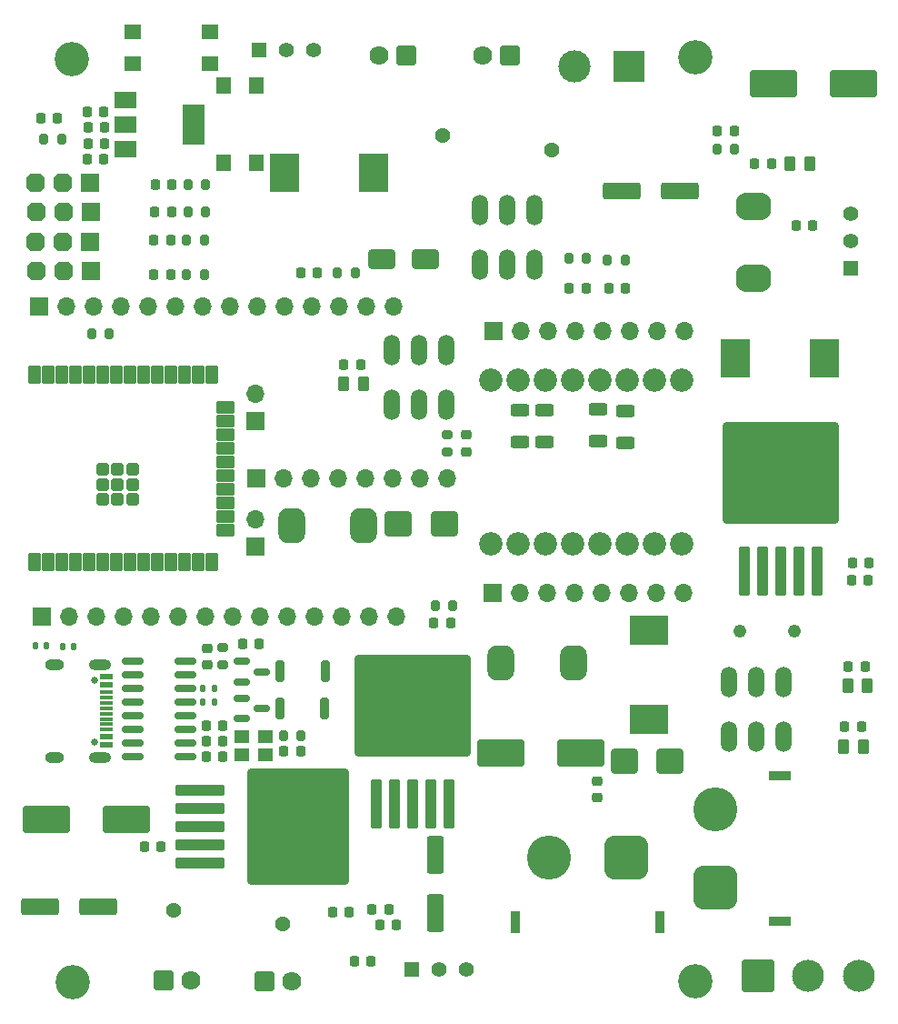
<source format=gbr>
%TF.GenerationSoftware,KiCad,Pcbnew,8.0.2*%
%TF.CreationDate,2024-06-04T14:33:09+05:30*%
%TF.ProjectId,evoborne,65766f62-6f72-46e6-952e-6b696361645f,rev?*%
%TF.SameCoordinates,Original*%
%TF.FileFunction,Soldermask,Top*%
%TF.FilePolarity,Negative*%
%FSLAX46Y46*%
G04 Gerber Fmt 4.6, Leading zero omitted, Abs format (unit mm)*
G04 Created by KiCad (PCBNEW 8.0.2) date 2024-06-04 14:33:09*
%MOMM*%
%LPD*%
G01*
G04 APERTURE LIST*
G04 Aperture macros list*
%AMRoundRect*
0 Rectangle with rounded corners*
0 $1 Rounding radius*
0 $2 $3 $4 $5 $6 $7 $8 $9 X,Y pos of 4 corners*
0 Add a 4 corners polygon primitive as box body*
4,1,4,$2,$3,$4,$5,$6,$7,$8,$9,$2,$3,0*
0 Add four circle primitives for the rounded corners*
1,1,$1+$1,$2,$3*
1,1,$1+$1,$4,$5*
1,1,$1+$1,$6,$7*
1,1,$1+$1,$8,$9*
0 Add four rect primitives between the rounded corners*
20,1,$1+$1,$2,$3,$4,$5,0*
20,1,$1+$1,$4,$5,$6,$7,0*
20,1,$1+$1,$6,$7,$8,$9,0*
20,1,$1+$1,$8,$9,$2,$3,0*%
%AMFreePoly0*
4,1,25,0.440719,0.844196,0.452842,0.833842,0.833842,0.452842,0.862349,0.396894,0.863600,0.381000,0.863600,-0.381000,0.844196,-0.440719,0.833842,-0.452842,0.452842,-0.833842,0.396894,-0.862349,0.381000,-0.863600,-0.381000,-0.863600,-0.440719,-0.844196,-0.452842,-0.833842,-0.833842,-0.452842,-0.862349,-0.396894,-0.863600,-0.381000,-0.863600,0.381000,-0.844196,0.440719,-0.833842,0.452842,
-0.452842,0.833842,-0.396894,0.862349,-0.381000,0.863600,0.381000,0.863600,0.440719,0.844196,0.440719,0.844196,$1*%
G04 Aperture macros list end*
%ADD10RoundRect,0.250000X1.500000X0.550000X-1.500000X0.550000X-1.500000X-0.550000X1.500000X-0.550000X0*%
%ADD11RoundRect,0.200000X-0.200000X-0.275000X0.200000X-0.275000X0.200000X0.275000X-0.200000X0.275000X0*%
%ADD12RoundRect,0.250000X0.300000X-2.050000X0.300000X2.050000X-0.300000X2.050000X-0.300000X-2.050000X0*%
%ADD13RoundRect,0.250002X5.149998X-4.449998X5.149998X4.449998X-5.149998X4.449998X-5.149998X-4.449998X0*%
%ADD14RoundRect,0.101600X-0.762000X0.762000X-0.762000X-0.762000X0.762000X-0.762000X0.762000X0.762000X0*%
%ADD15FreePoly0,270.000000*%
%ADD16R,1.700000X1.700000*%
%ADD17O,1.700000X1.700000*%
%ADD18RoundRect,0.102000X0.787500X0.787500X-0.787500X0.787500X-0.787500X-0.787500X0.787500X-0.787500X0*%
%ADD19C,1.779000*%
%ADD20R,2.700000X3.600000*%
%ADD21RoundRect,0.250000X-1.000000X-0.650000X1.000000X-0.650000X1.000000X0.650000X-1.000000X0.650000X0*%
%ADD22RoundRect,0.200000X-0.200000X-0.800000X0.200000X-0.800000X0.200000X0.800000X-0.200000X0.800000X0*%
%ADD23RoundRect,0.102000X0.450000X-0.750000X0.450000X0.750000X-0.450000X0.750000X-0.450000X-0.750000X0*%
%ADD24RoundRect,0.102000X0.750000X-0.450000X0.750000X0.450000X-0.750000X0.450000X-0.750000X-0.450000X0*%
%ADD25RoundRect,0.102000X0.450000X-0.450000X0.450000X0.450000X-0.450000X0.450000X-0.450000X-0.450000X0*%
%ADD26RoundRect,0.225000X-0.225000X-0.250000X0.225000X-0.250000X0.225000X0.250000X-0.225000X0.250000X0*%
%ADD27RoundRect,0.250000X0.550000X-1.500000X0.550000X1.500000X-0.550000X1.500000X-0.550000X-1.500000X0*%
%ADD28RoundRect,0.102000X-0.609000X-0.609000X0.609000X-0.609000X0.609000X0.609000X-0.609000X0.609000X0*%
%ADD29C,1.422000*%
%ADD30RoundRect,0.200000X0.200000X0.275000X-0.200000X0.275000X-0.200000X-0.275000X0.200000X-0.275000X0*%
%ADD31RoundRect,0.250000X-1.000000X-0.900000X1.000000X-0.900000X1.000000X0.900000X-1.000000X0.900000X0*%
%ADD32RoundRect,0.200000X0.275000X-0.200000X0.275000X0.200000X-0.275000X0.200000X-0.275000X-0.200000X0*%
%ADD33RoundRect,0.250000X1.950000X1.000000X-1.950000X1.000000X-1.950000X-1.000000X1.950000X-1.000000X0*%
%ADD34RoundRect,0.225000X0.225000X0.250000X-0.225000X0.250000X-0.225000X-0.250000X0.225000X-0.250000X0*%
%ADD35RoundRect,0.218750X-0.218750X-0.256250X0.218750X-0.256250X0.218750X0.256250X-0.218750X0.256250X0*%
%ADD36RoundRect,0.200000X-0.275000X0.200000X-0.275000X-0.200000X0.275000X-0.200000X0.275000X0.200000X0*%
%ADD37C,3.200000*%
%ADD38R,1.600000X1.400000*%
%ADD39RoundRect,0.218750X0.218750X0.256250X-0.218750X0.256250X-0.218750X-0.256250X0.218750X-0.256250X0*%
%ADD40RoundRect,0.150000X-0.587500X-0.150000X0.587500X-0.150000X0.587500X0.150000X-0.587500X0.150000X0*%
%ADD41R,1.400000X1.600000*%
%ADD42O,1.524000X2.844800*%
%ADD43RoundRect,0.250000X0.262500X0.450000X-0.262500X0.450000X-0.262500X-0.450000X0.262500X-0.450000X0*%
%ADD44RoundRect,0.218750X-0.256250X0.218750X-0.256250X-0.218750X0.256250X-0.218750X0.256250X0.218750X0*%
%ADD45RoundRect,0.135000X0.135000X0.185000X-0.135000X0.185000X-0.135000X-0.185000X0.135000X-0.185000X0*%
%ADD46RoundRect,0.135000X-0.135000X-0.185000X0.135000X-0.185000X0.135000X0.185000X-0.135000X0.185000X0*%
%ADD47RoundRect,0.962920X-0.304080X-0.674080X0.304080X-0.674080X0.304080X0.674080X-0.304080X0.674080X0*%
%ADD48RoundRect,0.250000X0.625000X-0.312500X0.625000X0.312500X-0.625000X0.312500X-0.625000X-0.312500X0*%
%ADD49RoundRect,0.102000X-0.787500X-0.787500X0.787500X-0.787500X0.787500X0.787500X-0.787500X0.787500X0*%
%ADD50C,2.184000*%
%ADD51RoundRect,0.225000X0.250000X-0.225000X0.250000X0.225000X-0.250000X0.225000X-0.250000X-0.225000X0*%
%ADD52R,0.900000X2.000000*%
%ADD53RoundRect,1.025000X1.025000X1.025000X-1.025000X1.025000X-1.025000X-1.025000X1.025000X-1.025000X0*%
%ADD54C,4.100000*%
%ADD55RoundRect,0.102000X0.609000X-0.609000X0.609000X0.609000X-0.609000X0.609000X-0.609000X-0.609000X0*%
%ADD56C,1.432000*%
%ADD57RoundRect,0.250000X-1.950000X-1.000000X1.950000X-1.000000X1.950000X1.000000X-1.950000X1.000000X0*%
%ADD58RoundRect,0.250000X1.000000X0.900000X-1.000000X0.900000X-1.000000X-0.900000X1.000000X-0.900000X0*%
%ADD59RoundRect,0.250000X-2.050000X-0.300000X2.050000X-0.300000X2.050000X0.300000X-2.050000X0.300000X0*%
%ADD60RoundRect,0.250002X-4.449998X-5.149998X4.449998X-5.149998X4.449998X5.149998X-4.449998X5.149998X0*%
%ADD61R,3.000000X3.000000*%
%ADD62C,3.000000*%
%ADD63C,0.650000*%
%ADD64R,1.240000X0.600000*%
%ADD65R,1.240000X0.300000*%
%ADD66O,2.100000X1.000000*%
%ADD67O,1.800000X1.000000*%
%ADD68R,2.000000X1.500000*%
%ADD69R,2.000000X3.800000*%
%ADD70R,3.600000X2.700000*%
%ADD71RoundRect,0.250000X-1.500000X-0.550000X1.500000X-0.550000X1.500000X0.550000X-1.500000X0.550000X0*%
%ADD72C,1.219000*%
%ADD73RoundRect,0.102000X-1.387500X-1.387500X1.387500X-1.387500X1.387500X1.387500X-1.387500X1.387500X0*%
%ADD74C,2.979000*%
%ADD75RoundRect,0.250000X-0.262500X-0.450000X0.262500X-0.450000X0.262500X0.450000X-0.262500X0.450000X0*%
%ADD76R,1.400000X1.200000*%
%ADD77RoundRect,0.962920X0.674080X-0.304080X0.674080X0.304080X-0.674080X0.304080X-0.674080X-0.304080X0*%
%ADD78RoundRect,0.150000X-0.825000X-0.150000X0.825000X-0.150000X0.825000X0.150000X-0.825000X0.150000X0*%
%ADD79R,2.000000X0.900000*%
%ADD80RoundRect,1.025000X-1.025000X1.025000X-1.025000X-1.025000X1.025000X-1.025000X1.025000X1.025000X0*%
G04 APERTURE END LIST*
D10*
%TO.C,C12*%
X57410000Y-144520000D03*
X52010000Y-144520000D03*
%TD*%
D11*
%TO.C,R14*%
X104840000Y-84290000D03*
X106490000Y-84290000D03*
%TD*%
%TO.C,R20*%
X52355000Y-73000000D03*
X54005000Y-73000000D03*
%TD*%
D12*
%TO.C,U5*%
X83285000Y-134935000D03*
X84985000Y-134935000D03*
X86685000Y-134935000D03*
D13*
X86685000Y-125785000D03*
D12*
X88385000Y-134935000D03*
X90085000Y-134935000D03*
%TD*%
D14*
%TO.C,J6*%
X56640000Y-82580000D03*
D15*
X54100000Y-82580000D03*
X51560000Y-82580000D03*
%TD*%
D16*
%TO.C,J12*%
X94130000Y-115310000D03*
D17*
X96670000Y-115310000D03*
X99210000Y-115310000D03*
X101750000Y-115310000D03*
X104290000Y-115310000D03*
X106830000Y-115310000D03*
X109370000Y-115310000D03*
X111910000Y-115310000D03*
%TD*%
D14*
%TO.C,J5*%
X56700000Y-85330000D03*
D15*
X54160000Y-85330000D03*
X51620000Y-85330000D03*
%TD*%
D11*
%TO.C,R19*%
X115052500Y-73930000D03*
X116702500Y-73930000D03*
%TD*%
D18*
%TO.C,J4*%
X86086000Y-65261000D03*
D19*
X83586000Y-65261000D03*
%TD*%
D20*
%TO.C,L3*%
X83050000Y-76210000D03*
X74750000Y-76210000D03*
%TD*%
D21*
%TO.C,D8*%
X83860000Y-84220000D03*
X87860000Y-84220000D03*
%TD*%
D22*
%TO.C,SW6*%
X74360000Y-122560000D03*
X78560000Y-122560000D03*
%TD*%
D23*
%TO.C,U3*%
X51480000Y-112450000D03*
X52750000Y-112450000D03*
X54020000Y-112450000D03*
X55290000Y-112450000D03*
X56560000Y-112450000D03*
X57830000Y-112450000D03*
X59100000Y-112450000D03*
X60370000Y-112450000D03*
X61640000Y-112450000D03*
X62910000Y-112450000D03*
X64180000Y-112450000D03*
X65450000Y-112450000D03*
X66720000Y-112450000D03*
X67990000Y-112450000D03*
D24*
X69240000Y-109415000D03*
X69240000Y-108145000D03*
X69240000Y-106875000D03*
X69240000Y-105605000D03*
X69240000Y-104335000D03*
X69240000Y-103065000D03*
X69240000Y-101795000D03*
X69240000Y-100525000D03*
X69240000Y-99255000D03*
X69240000Y-97985000D03*
D23*
X67990000Y-94950000D03*
X66720000Y-94950000D03*
X65450000Y-94950000D03*
X64180000Y-94950000D03*
X62910000Y-94950000D03*
X61640000Y-94950000D03*
X60370000Y-94950000D03*
X59100000Y-94950000D03*
X57830000Y-94950000D03*
X56560000Y-94950000D03*
X55290000Y-94950000D03*
X54020000Y-94950000D03*
X52750000Y-94950000D03*
X51480000Y-94950000D03*
D25*
X57800000Y-106600000D03*
X57800000Y-105200000D03*
X57800000Y-103800000D03*
X59200000Y-106600000D03*
X59200000Y-105200000D03*
X59200000Y-103800000D03*
X60600000Y-106600000D03*
X60600000Y-105200000D03*
X60600000Y-103800000D03*
%TD*%
D16*
%TO.C,J17*%
X51890000Y-88590000D03*
D17*
X54430000Y-88590000D03*
X56970000Y-88590000D03*
X59510000Y-88590000D03*
X62050000Y-88590000D03*
X64590000Y-88590000D03*
X67130000Y-88590000D03*
X69670000Y-88590000D03*
X72210000Y-88590000D03*
X74750000Y-88590000D03*
X77290000Y-88590000D03*
X79830000Y-88590000D03*
X82370000Y-88590000D03*
X84910000Y-88590000D03*
%TD*%
D26*
%TO.C,C24*%
X74725000Y-130050000D03*
X76275000Y-130050000D03*
%TD*%
D27*
%TO.C,C9*%
X88790000Y-145080000D03*
X88790000Y-139680000D03*
%TD*%
D16*
%TO.C,J11*%
X94270000Y-90910000D03*
D17*
X96810000Y-90910000D03*
X99350000Y-90910000D03*
X101890000Y-90910000D03*
X104430000Y-90910000D03*
X106970000Y-90910000D03*
X109510000Y-90910000D03*
X112050000Y-90910000D03*
%TD*%
D28*
%TO.C,R6*%
X72390000Y-64770000D03*
D29*
X74930000Y-64770000D03*
X77470000Y-64770000D03*
%TD*%
D12*
%TO.C,U4*%
X117610000Y-113250000D03*
X119310000Y-113250000D03*
X121010000Y-113250000D03*
D13*
X121010000Y-104100000D03*
D12*
X122710000Y-113250000D03*
X124410000Y-113250000D03*
%TD*%
D11*
%TO.C,R18*%
X65790000Y-77280000D03*
X67440000Y-77280000D03*
%TD*%
D30*
%TO.C,R11*%
X102885000Y-84110000D03*
X101235000Y-84110000D03*
%TD*%
D26*
%TO.C,C13*%
X81280000Y-149606000D03*
X82830000Y-149606000D03*
%TD*%
D31*
%TO.C,D3*%
X85330000Y-108820000D03*
X89630000Y-108820000D03*
%TD*%
D32*
%TO.C,R8*%
X69010000Y-122015000D03*
X69010000Y-120365000D03*
%TD*%
D33*
%TO.C,C11*%
X102340000Y-130230000D03*
X94940000Y-130230000D03*
%TD*%
D34*
%TO.C,C17*%
X129140000Y-114100000D03*
X127590000Y-114100000D03*
%TD*%
D35*
%TO.C,D18*%
X52044500Y-71120000D03*
X53619500Y-71120000D03*
%TD*%
D16*
%TO.C,J15*%
X72136000Y-104648000D03*
D17*
X74676000Y-104648000D03*
X77216000Y-104648000D03*
X79756000Y-104648000D03*
X82296000Y-104648000D03*
X84836000Y-104648000D03*
X87376000Y-104648000D03*
X89916000Y-104648000D03*
%TD*%
D36*
%TO.C,R12*%
X89916000Y-100521000D03*
X89916000Y-102171000D03*
%TD*%
D11*
%TO.C,R17*%
X65752500Y-79830000D03*
X67402500Y-79830000D03*
%TD*%
D37*
%TO.C,H2*%
X54980000Y-65620000D03*
%TD*%
D38*
%TO.C,SW7*%
X60662000Y-66016000D03*
X67862000Y-66016000D03*
X60662000Y-63016000D03*
X67862000Y-63016000D03*
%TD*%
D34*
%TO.C,C3*%
X57990000Y-71950000D03*
X56440000Y-71950000D03*
%TD*%
D26*
%TO.C,C21*%
X67500000Y-130560000D03*
X69050000Y-130560000D03*
%TD*%
%TO.C,C22*%
X67500000Y-127620000D03*
X69050000Y-127620000D03*
%TD*%
D22*
%TO.C,SW5*%
X74320000Y-126020000D03*
X78520000Y-126020000D03*
%TD*%
D39*
%TO.C,D15*%
X64270000Y-79840000D03*
X62695000Y-79840000D03*
%TD*%
D40*
%TO.C,Q1*%
X70785000Y-125110000D03*
X70785000Y-127010000D03*
X72660000Y-126060000D03*
%TD*%
%TO.C,Q2*%
X70780000Y-121680000D03*
X70780000Y-123580000D03*
X72655000Y-122630000D03*
%TD*%
D41*
%TO.C,SW8*%
X69112000Y-68028000D03*
X69112000Y-75228000D03*
X72112000Y-68028000D03*
X72112000Y-75228000D03*
%TD*%
D39*
%TO.C,D13*%
X64180000Y-85620000D03*
X62605000Y-85620000D03*
%TD*%
D26*
%TO.C,C25*%
X70840000Y-120060000D03*
X72390000Y-120060000D03*
%TD*%
D14*
%TO.C,J8*%
X56650000Y-77120000D03*
D15*
X54110000Y-77120000D03*
X51570000Y-77120000D03*
%TD*%
D42*
%TO.C,SW3*%
X84770000Y-92710000D03*
X87310000Y-92710000D03*
X89850000Y-92710000D03*
X84770000Y-97790000D03*
X87310000Y-97790000D03*
X89850000Y-97790000D03*
%TD*%
D43*
%TO.C,R22*%
X123692500Y-75320000D03*
X121867500Y-75320000D03*
%TD*%
D44*
%TO.C,D10*%
X91694000Y-100558500D03*
X91694000Y-102133500D03*
%TD*%
D39*
%TO.C,D2*%
X128829000Y-122174000D03*
X127254000Y-122174000D03*
%TD*%
D20*
%TO.C,L1*%
X116800000Y-93410000D03*
X125100000Y-93410000D03*
%TD*%
D26*
%TO.C,C15*%
X61695000Y-138940000D03*
X63245000Y-138940000D03*
%TD*%
D16*
%TO.C,J18*%
X72070000Y-111000000D03*
D17*
X72070000Y-108460000D03*
%TD*%
D39*
%TO.C,D9*%
X102877500Y-86890000D03*
X101302500Y-86890000D03*
%TD*%
%TO.C,D14*%
X64147500Y-82450000D03*
X62572500Y-82450000D03*
%TD*%
D45*
%TO.C,R29*%
X68210000Y-124220000D03*
X67190000Y-124220000D03*
%TD*%
D37*
%TO.C,H3*%
X113020000Y-65430000D03*
%TD*%
D46*
%TO.C,R25*%
X54090000Y-120320000D03*
X55110000Y-120320000D03*
%TD*%
D35*
%TO.C,D5*%
X115072500Y-72270000D03*
X116647500Y-72270000D03*
%TD*%
D11*
%TO.C,R9*%
X74680000Y-128550000D03*
X76330000Y-128550000D03*
%TD*%
D14*
%TO.C,J7*%
X56710000Y-79800000D03*
D15*
X54170000Y-79800000D03*
X51630000Y-79800000D03*
%TD*%
D47*
%TO.C,D7*%
X82157500Y-109060000D03*
X75427500Y-109060000D03*
%TD*%
D48*
%TO.C,R4*%
X106500000Y-101285000D03*
X106500000Y-98360000D03*
%TD*%
D42*
%TO.C,SW2*%
X121260000Y-128680000D03*
X118720000Y-128680000D03*
X116180000Y-128680000D03*
X121260000Y-123600000D03*
X118720000Y-123600000D03*
X116180000Y-123600000D03*
%TD*%
D47*
%TO.C,D6*%
X101660000Y-121800000D03*
X94930000Y-121800000D03*
%TD*%
D49*
%TO.C,J1*%
X63520000Y-151384000D03*
D19*
X66020000Y-151384000D03*
%TD*%
D49*
%TO.C,J2*%
X72918000Y-151401000D03*
D19*
X75418000Y-151401000D03*
%TD*%
D39*
%TO.C,D11*%
X90247500Y-118100000D03*
X88672500Y-118100000D03*
%TD*%
D50*
%TO.C,U1*%
X93990000Y-110740000D03*
X96530000Y-110740000D03*
X99070000Y-110740000D03*
X101610000Y-110740000D03*
X104150000Y-110740000D03*
X106690000Y-110740000D03*
X109230000Y-110740000D03*
X111770000Y-110740000D03*
X111770000Y-95500000D03*
X109230000Y-95500000D03*
X106690000Y-95500000D03*
X104150000Y-95500000D03*
X101610000Y-95500000D03*
X99070000Y-95500000D03*
X96530000Y-95500000D03*
X93990000Y-95500000D03*
%TD*%
D11*
%TO.C,R15*%
X65650000Y-85640000D03*
X67300000Y-85640000D03*
%TD*%
D34*
%TO.C,C2*%
X57960000Y-74930000D03*
X56410000Y-74930000D03*
%TD*%
D51*
%TO.C,C10*%
X103930000Y-134340000D03*
X103930000Y-132790000D03*
%TD*%
D16*
%TO.C,J16*%
X52120000Y-117450000D03*
D17*
X54660000Y-117450000D03*
X57200000Y-117450000D03*
X59740000Y-117450000D03*
X62280000Y-117450000D03*
X64820000Y-117450000D03*
X67360000Y-117450000D03*
X69900000Y-117450000D03*
X72440000Y-117450000D03*
X74980000Y-117450000D03*
X77520000Y-117450000D03*
X80060000Y-117450000D03*
X82600000Y-117450000D03*
X85140000Y-117450000D03*
%TD*%
D39*
%TO.C,D16*%
X64287500Y-77260000D03*
X62712500Y-77260000D03*
%TD*%
D52*
%TO.C,J9*%
X109740000Y-145940000D03*
X96240000Y-145940000D03*
D53*
X106590000Y-139940000D03*
D54*
X99390000Y-139940000D03*
%TD*%
D46*
%TO.C,R26*%
X51570000Y-120220000D03*
X52590000Y-120220000D03*
%TD*%
D35*
%TO.C,D12*%
X104972500Y-86940000D03*
X106547500Y-86940000D03*
%TD*%
D26*
%TO.C,C6*%
X127675000Y-112520000D03*
X129225000Y-112520000D03*
%TD*%
D11*
%TO.C,R27*%
X56800000Y-91200000D03*
X58450000Y-91200000D03*
%TD*%
D26*
%TO.C,C14*%
X79222000Y-145034000D03*
X80772000Y-145034000D03*
%TD*%
D55*
%TO.C,R7*%
X127508000Y-85090000D03*
D29*
X127508000Y-82550000D03*
X127508000Y-80010000D03*
%TD*%
D34*
%TO.C,C4*%
X57960000Y-70490000D03*
X56410000Y-70490000D03*
%TD*%
D56*
%TO.C,F2*%
X89535000Y-72720000D03*
X99685000Y-74020000D03*
%TD*%
D35*
%TO.C,D19*%
X118545000Y-75310000D03*
X120120000Y-75310000D03*
%TD*%
D51*
%TO.C,C23*%
X67540000Y-121995000D03*
X67540000Y-120445000D03*
%TD*%
D57*
%TO.C,C16*%
X52610000Y-136360000D03*
X60010000Y-136360000D03*
%TD*%
D58*
%TO.C,D1*%
X110700000Y-130920000D03*
X106400000Y-130920000D03*
%TD*%
D59*
%TO.C,U6*%
X66890000Y-133640000D03*
X66890000Y-135340000D03*
X66890000Y-137040000D03*
D60*
X76040000Y-137040000D03*
D59*
X66890000Y-138740000D03*
X66890000Y-140440000D03*
%TD*%
D16*
%TO.C,J19*%
X72090000Y-99285000D03*
D17*
X72090000Y-96745000D03*
%TD*%
D30*
%TO.C,R21*%
X81340000Y-85460000D03*
X79690000Y-85460000D03*
%TD*%
D35*
%TO.C,D20*%
X126962500Y-127750000D03*
X128537500Y-127750000D03*
%TD*%
D61*
%TO.C,J13*%
X106860000Y-66290000D03*
D62*
X101780000Y-66290000D03*
%TD*%
D28*
%TO.C,R5*%
X86614000Y-150368000D03*
D29*
X89154000Y-150368000D03*
X91694000Y-150368000D03*
%TD*%
D63*
%TO.C,J14*%
X57055000Y-123380000D03*
X57055000Y-129160000D03*
D64*
X58175000Y-123070000D03*
X58175000Y-123870000D03*
D65*
X58175000Y-125020000D03*
X58175000Y-126020000D03*
X58175000Y-126520000D03*
X58175000Y-127520000D03*
D64*
X58175000Y-128670000D03*
X58175000Y-129470000D03*
X58175000Y-129470000D03*
X58175000Y-128670000D03*
D65*
X58175000Y-128020000D03*
X58175000Y-127020000D03*
X58175000Y-125520000D03*
X58175000Y-124520000D03*
D64*
X58175000Y-123870000D03*
X58175000Y-123070000D03*
D66*
X57575000Y-121950000D03*
D67*
X53375000Y-121950000D03*
D66*
X57575000Y-130590000D03*
D67*
X53375000Y-130590000D03*
%TD*%
D33*
%TO.C,C19*%
X127750000Y-67890000D03*
X120350000Y-67890000D03*
%TD*%
D48*
%TO.C,R2*%
X96680000Y-101192500D03*
X96680000Y-98267500D03*
%TD*%
D68*
%TO.C,U2*%
X59980000Y-69390000D03*
X59980000Y-71690000D03*
D69*
X66280000Y-71690000D03*
D68*
X59980000Y-73990000D03*
%TD*%
D26*
%TO.C,C20*%
X67480000Y-129100000D03*
X69030000Y-129100000D03*
%TD*%
D37*
%TO.C,H4*%
X55010000Y-151550000D03*
%TD*%
%TO.C,H1*%
X113010000Y-151450000D03*
%TD*%
D26*
%TO.C,C26*%
X80305000Y-94050000D03*
X81855000Y-94050000D03*
%TD*%
D34*
%TO.C,C1*%
X57990000Y-73470000D03*
X56440000Y-73470000D03*
%TD*%
D70*
%TO.C,L2*%
X108730000Y-127070000D03*
X108730000Y-118770000D03*
%TD*%
D35*
%TO.C,D17*%
X76275000Y-85450000D03*
X77850000Y-85450000D03*
%TD*%
D71*
%TO.C,C5*%
X106170000Y-77850000D03*
X111570000Y-77850000D03*
%TD*%
D72*
%TO.C,F1*%
X122245000Y-118830000D03*
X117195000Y-118830000D03*
%TD*%
D26*
%TO.C,C18*%
X122450000Y-81100000D03*
X124000000Y-81100000D03*
%TD*%
D43*
%TO.C,R23*%
X129079000Y-123952000D03*
X127254000Y-123952000D03*
%TD*%
D42*
%TO.C,SW4*%
X93000000Y-79630000D03*
X95540000Y-79630000D03*
X98080000Y-79630000D03*
X93000000Y-84710000D03*
X95540000Y-84710000D03*
X98080000Y-84710000D03*
%TD*%
D73*
%TO.C,SW1*%
X118870000Y-150940000D03*
D74*
X123570000Y-150940000D03*
X128270000Y-150940000D03*
%TD*%
D75*
%TO.C,R24*%
X126837500Y-129640000D03*
X128662500Y-129640000D03*
%TD*%
D48*
%TO.C,R3*%
X104010000Y-101125000D03*
X104010000Y-98200000D03*
%TD*%
D75*
%TO.C,R10*%
X80277500Y-95810000D03*
X82102500Y-95810000D03*
%TD*%
D76*
%TO.C,Y1*%
X70780000Y-130370000D03*
X72980000Y-130370000D03*
X72980000Y-128670000D03*
X70780000Y-128670000D03*
%TD*%
D77*
%TO.C,D4*%
X118430000Y-79302500D03*
X118430000Y-86032500D03*
%TD*%
D45*
%TO.C,R28*%
X68210000Y-125490000D03*
X67190000Y-125490000D03*
%TD*%
D26*
%TO.C,C8*%
X83630000Y-146230000D03*
X85180000Y-146230000D03*
%TD*%
D48*
%TO.C,R1*%
X99020000Y-101210000D03*
X99020000Y-98285000D03*
%TD*%
D56*
%TO.C,F3*%
X74575000Y-146150000D03*
X64425000Y-144850000D03*
%TD*%
D78*
%TO.C,U7*%
X60590000Y-121660000D03*
X60590000Y-122930000D03*
X60590000Y-124200000D03*
X60590000Y-125470000D03*
X60590000Y-126740000D03*
X60590000Y-128010000D03*
X60590000Y-129280000D03*
X60590000Y-130550000D03*
X65540000Y-130550000D03*
X65540000Y-129280000D03*
X65540000Y-128010000D03*
X65540000Y-126740000D03*
X65540000Y-125470000D03*
X65540000Y-124200000D03*
X65540000Y-122930000D03*
X65540000Y-121660000D03*
%TD*%
D18*
%TO.C,J3*%
X95758000Y-65244000D03*
D19*
X93258000Y-65244000D03*
%TD*%
D26*
%TO.C,C7*%
X82920000Y-144740000D03*
X84470000Y-144740000D03*
%TD*%
D30*
%TO.C,R13*%
X90445000Y-116480000D03*
X88795000Y-116480000D03*
%TD*%
D79*
%TO.C,J10*%
X120940000Y-132330000D03*
X120940000Y-145830000D03*
D80*
X114940000Y-142680000D03*
D54*
X114940000Y-135480000D03*
%TD*%
D11*
%TO.C,R16*%
X65625000Y-82470000D03*
X67275000Y-82470000D03*
%TD*%
M02*

</source>
